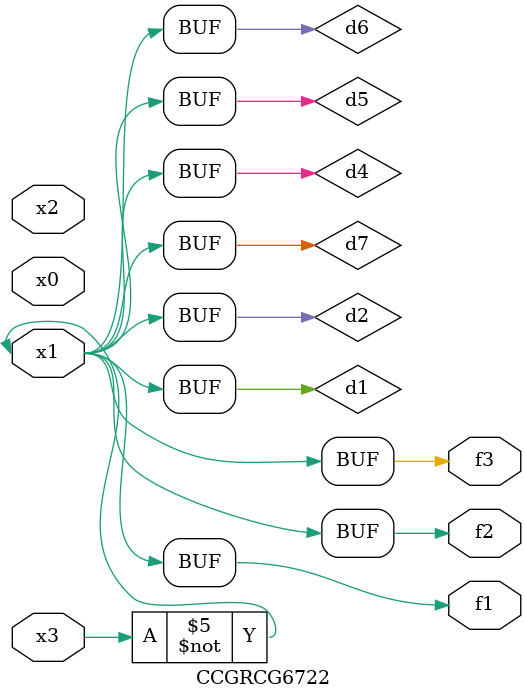
<source format=v>
module CCGRCG6722(
	input x0, x1, x2, x3,
	output f1, f2, f3
);

	wire d1, d2, d3, d4, d5, d6, d7;

	not (d1, x3);
	buf (d2, x1);
	xnor (d3, d1, d2);
	nor (d4, d1);
	buf (d5, d1, d2);
	buf (d6, d4, d5);
	nand (d7, d4);
	assign f1 = d6;
	assign f2 = d7;
	assign f3 = d6;
endmodule

</source>
